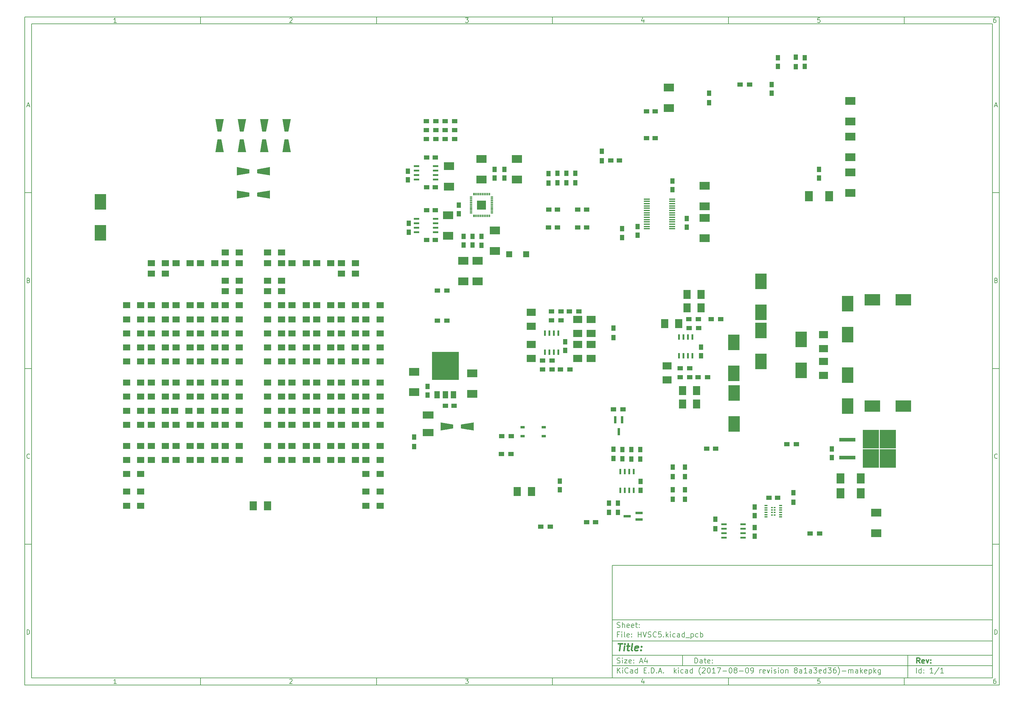
<source format=gbr>
G04 #@! TF.GenerationSoftware,KiCad,Pcbnew,(2017-08-09 revision 8a1a3ed36)-makepkg*
G04 #@! TF.CreationDate,2018-06-18T14:06:25+02:00*
G04 #@! TF.ProjectId,HVSC5,48565343352E6B696361645F70636200,rev?*
G04 #@! TF.SameCoordinates,Original*
G04 #@! TF.FileFunction,Paste,Top*
G04 #@! TF.FilePolarity,Positive*
%FSLAX46Y46*%
G04 Gerber Fmt 4.6, Leading zero omitted, Abs format (unit mm)*
G04 Created by KiCad (PCBNEW (2017-08-09 revision 8a1a3ed36)-makepkg) date 06/18/18 14:06:25*
%MOMM*%
%LPD*%
G01*
G04 APERTURE LIST*
%ADD10C,0.100000*%
%ADD11C,0.150000*%
%ADD12C,0.300000*%
%ADD13C,0.400000*%
%ADD14R,2.000000X1.700000*%
%ADD15R,1.500000X1.300000*%
%ADD16R,0.600000X1.550000*%
%ADD17R,1.250000X1.500000*%
%ADD18R,1.500000X2.000000*%
%ADD19R,7.600000X8.000000*%
%ADD20R,2.500000X2.000000*%
%ADD21R,4.500000X3.300000*%
%ADD22R,3.300000X4.500000*%
%ADD23R,1.550000X0.600000*%
%ADD24R,0.700000X2.000000*%
%ADD25R,2.000000X0.700000*%
%ADD26R,3.000000X2.200000*%
%ADD27R,2.200000X3.000000*%
%ADD28R,2.500000X2.500000*%
%ADD29R,0.299720X0.800000*%
%ADD30R,0.800000X0.299720*%
%ADD31R,0.495000X0.427500*%
%ADD32R,0.890000X0.350000*%
%ADD33R,1.750000X0.300000*%
%ADD34C,1.676868*%
%ADD35R,2.000000X2.500000*%
%ADD36R,4.550000X5.250000*%
%ADD37R,4.600000X1.100000*%
%ADD38R,1.500000X1.250000*%
%ADD39R,3.150000X2.000000*%
%ADD40R,1.750000X1.700000*%
%ADD41R,1.300000X1.500000*%
%ADD42R,1.200000X0.800000*%
G04 APERTURE END LIST*
D10*
D11*
X177002200Y-166007200D02*
X177002200Y-198007200D01*
X285002200Y-198007200D01*
X285002200Y-166007200D01*
X177002200Y-166007200D01*
D10*
D11*
X10000000Y-10000000D02*
X10000000Y-200007200D01*
X287002200Y-200007200D01*
X287002200Y-10000000D01*
X10000000Y-10000000D01*
D10*
D11*
X12000000Y-12000000D02*
X12000000Y-198007200D01*
X285002200Y-198007200D01*
X285002200Y-12000000D01*
X12000000Y-12000000D01*
D10*
D11*
X60000000Y-12000000D02*
X60000000Y-10000000D01*
D10*
D11*
X110000000Y-12000000D02*
X110000000Y-10000000D01*
D10*
D11*
X160000000Y-12000000D02*
X160000000Y-10000000D01*
D10*
D11*
X210000000Y-12000000D02*
X210000000Y-10000000D01*
D10*
D11*
X260000000Y-12000000D02*
X260000000Y-10000000D01*
D10*
D11*
X36065476Y-11588095D02*
X35322619Y-11588095D01*
X35694047Y-11588095D02*
X35694047Y-10288095D01*
X35570238Y-10473809D01*
X35446428Y-10597619D01*
X35322619Y-10659523D01*
D10*
D11*
X85322619Y-10411904D02*
X85384523Y-10350000D01*
X85508333Y-10288095D01*
X85817857Y-10288095D01*
X85941666Y-10350000D01*
X86003571Y-10411904D01*
X86065476Y-10535714D01*
X86065476Y-10659523D01*
X86003571Y-10845238D01*
X85260714Y-11588095D01*
X86065476Y-11588095D01*
D10*
D11*
X135260714Y-10288095D02*
X136065476Y-10288095D01*
X135632142Y-10783333D01*
X135817857Y-10783333D01*
X135941666Y-10845238D01*
X136003571Y-10907142D01*
X136065476Y-11030952D01*
X136065476Y-11340476D01*
X136003571Y-11464285D01*
X135941666Y-11526190D01*
X135817857Y-11588095D01*
X135446428Y-11588095D01*
X135322619Y-11526190D01*
X135260714Y-11464285D01*
D10*
D11*
X185941666Y-10721428D02*
X185941666Y-11588095D01*
X185632142Y-10226190D02*
X185322619Y-11154761D01*
X186127380Y-11154761D01*
D10*
D11*
X236003571Y-10288095D02*
X235384523Y-10288095D01*
X235322619Y-10907142D01*
X235384523Y-10845238D01*
X235508333Y-10783333D01*
X235817857Y-10783333D01*
X235941666Y-10845238D01*
X236003571Y-10907142D01*
X236065476Y-11030952D01*
X236065476Y-11340476D01*
X236003571Y-11464285D01*
X235941666Y-11526190D01*
X235817857Y-11588095D01*
X235508333Y-11588095D01*
X235384523Y-11526190D01*
X235322619Y-11464285D01*
D10*
D11*
X285941666Y-10288095D02*
X285694047Y-10288095D01*
X285570238Y-10350000D01*
X285508333Y-10411904D01*
X285384523Y-10597619D01*
X285322619Y-10845238D01*
X285322619Y-11340476D01*
X285384523Y-11464285D01*
X285446428Y-11526190D01*
X285570238Y-11588095D01*
X285817857Y-11588095D01*
X285941666Y-11526190D01*
X286003571Y-11464285D01*
X286065476Y-11340476D01*
X286065476Y-11030952D01*
X286003571Y-10907142D01*
X285941666Y-10845238D01*
X285817857Y-10783333D01*
X285570238Y-10783333D01*
X285446428Y-10845238D01*
X285384523Y-10907142D01*
X285322619Y-11030952D01*
D10*
D11*
X60000000Y-198007200D02*
X60000000Y-200007200D01*
D10*
D11*
X110000000Y-198007200D02*
X110000000Y-200007200D01*
D10*
D11*
X160000000Y-198007200D02*
X160000000Y-200007200D01*
D10*
D11*
X210000000Y-198007200D02*
X210000000Y-200007200D01*
D10*
D11*
X260000000Y-198007200D02*
X260000000Y-200007200D01*
D10*
D11*
X36065476Y-199595295D02*
X35322619Y-199595295D01*
X35694047Y-199595295D02*
X35694047Y-198295295D01*
X35570238Y-198481009D01*
X35446428Y-198604819D01*
X35322619Y-198666723D01*
D10*
D11*
X85322619Y-198419104D02*
X85384523Y-198357200D01*
X85508333Y-198295295D01*
X85817857Y-198295295D01*
X85941666Y-198357200D01*
X86003571Y-198419104D01*
X86065476Y-198542914D01*
X86065476Y-198666723D01*
X86003571Y-198852438D01*
X85260714Y-199595295D01*
X86065476Y-199595295D01*
D10*
D11*
X135260714Y-198295295D02*
X136065476Y-198295295D01*
X135632142Y-198790533D01*
X135817857Y-198790533D01*
X135941666Y-198852438D01*
X136003571Y-198914342D01*
X136065476Y-199038152D01*
X136065476Y-199347676D01*
X136003571Y-199471485D01*
X135941666Y-199533390D01*
X135817857Y-199595295D01*
X135446428Y-199595295D01*
X135322619Y-199533390D01*
X135260714Y-199471485D01*
D10*
D11*
X185941666Y-198728628D02*
X185941666Y-199595295D01*
X185632142Y-198233390D02*
X185322619Y-199161961D01*
X186127380Y-199161961D01*
D10*
D11*
X236003571Y-198295295D02*
X235384523Y-198295295D01*
X235322619Y-198914342D01*
X235384523Y-198852438D01*
X235508333Y-198790533D01*
X235817857Y-198790533D01*
X235941666Y-198852438D01*
X236003571Y-198914342D01*
X236065476Y-199038152D01*
X236065476Y-199347676D01*
X236003571Y-199471485D01*
X235941666Y-199533390D01*
X235817857Y-199595295D01*
X235508333Y-199595295D01*
X235384523Y-199533390D01*
X235322619Y-199471485D01*
D10*
D11*
X285941666Y-198295295D02*
X285694047Y-198295295D01*
X285570238Y-198357200D01*
X285508333Y-198419104D01*
X285384523Y-198604819D01*
X285322619Y-198852438D01*
X285322619Y-199347676D01*
X285384523Y-199471485D01*
X285446428Y-199533390D01*
X285570238Y-199595295D01*
X285817857Y-199595295D01*
X285941666Y-199533390D01*
X286003571Y-199471485D01*
X286065476Y-199347676D01*
X286065476Y-199038152D01*
X286003571Y-198914342D01*
X285941666Y-198852438D01*
X285817857Y-198790533D01*
X285570238Y-198790533D01*
X285446428Y-198852438D01*
X285384523Y-198914342D01*
X285322619Y-199038152D01*
D10*
D11*
X10000000Y-60000000D02*
X12000000Y-60000000D01*
D10*
D11*
X10000000Y-110000000D02*
X12000000Y-110000000D01*
D10*
D11*
X10000000Y-160000000D02*
X12000000Y-160000000D01*
D10*
D11*
X10690476Y-35216666D02*
X11309523Y-35216666D01*
X10566666Y-35588095D02*
X11000000Y-34288095D01*
X11433333Y-35588095D01*
D10*
D11*
X11092857Y-84907142D02*
X11278571Y-84969047D01*
X11340476Y-85030952D01*
X11402380Y-85154761D01*
X11402380Y-85340476D01*
X11340476Y-85464285D01*
X11278571Y-85526190D01*
X11154761Y-85588095D01*
X10659523Y-85588095D01*
X10659523Y-84288095D01*
X11092857Y-84288095D01*
X11216666Y-84350000D01*
X11278571Y-84411904D01*
X11340476Y-84535714D01*
X11340476Y-84659523D01*
X11278571Y-84783333D01*
X11216666Y-84845238D01*
X11092857Y-84907142D01*
X10659523Y-84907142D01*
D10*
D11*
X11402380Y-135464285D02*
X11340476Y-135526190D01*
X11154761Y-135588095D01*
X11030952Y-135588095D01*
X10845238Y-135526190D01*
X10721428Y-135402380D01*
X10659523Y-135278571D01*
X10597619Y-135030952D01*
X10597619Y-134845238D01*
X10659523Y-134597619D01*
X10721428Y-134473809D01*
X10845238Y-134350000D01*
X11030952Y-134288095D01*
X11154761Y-134288095D01*
X11340476Y-134350000D01*
X11402380Y-134411904D01*
D10*
D11*
X10659523Y-185588095D02*
X10659523Y-184288095D01*
X10969047Y-184288095D01*
X11154761Y-184350000D01*
X11278571Y-184473809D01*
X11340476Y-184597619D01*
X11402380Y-184845238D01*
X11402380Y-185030952D01*
X11340476Y-185278571D01*
X11278571Y-185402380D01*
X11154761Y-185526190D01*
X10969047Y-185588095D01*
X10659523Y-185588095D01*
D10*
D11*
X287002200Y-60000000D02*
X285002200Y-60000000D01*
D10*
D11*
X287002200Y-110000000D02*
X285002200Y-110000000D01*
D10*
D11*
X287002200Y-160000000D02*
X285002200Y-160000000D01*
D10*
D11*
X285692676Y-35216666D02*
X286311723Y-35216666D01*
X285568866Y-35588095D02*
X286002200Y-34288095D01*
X286435533Y-35588095D01*
D10*
D11*
X286095057Y-84907142D02*
X286280771Y-84969047D01*
X286342676Y-85030952D01*
X286404580Y-85154761D01*
X286404580Y-85340476D01*
X286342676Y-85464285D01*
X286280771Y-85526190D01*
X286156961Y-85588095D01*
X285661723Y-85588095D01*
X285661723Y-84288095D01*
X286095057Y-84288095D01*
X286218866Y-84350000D01*
X286280771Y-84411904D01*
X286342676Y-84535714D01*
X286342676Y-84659523D01*
X286280771Y-84783333D01*
X286218866Y-84845238D01*
X286095057Y-84907142D01*
X285661723Y-84907142D01*
D10*
D11*
X286404580Y-135464285D02*
X286342676Y-135526190D01*
X286156961Y-135588095D01*
X286033152Y-135588095D01*
X285847438Y-135526190D01*
X285723628Y-135402380D01*
X285661723Y-135278571D01*
X285599819Y-135030952D01*
X285599819Y-134845238D01*
X285661723Y-134597619D01*
X285723628Y-134473809D01*
X285847438Y-134350000D01*
X286033152Y-134288095D01*
X286156961Y-134288095D01*
X286342676Y-134350000D01*
X286404580Y-134411904D01*
D10*
D11*
X285661723Y-185588095D02*
X285661723Y-184288095D01*
X285971247Y-184288095D01*
X286156961Y-184350000D01*
X286280771Y-184473809D01*
X286342676Y-184597619D01*
X286404580Y-184845238D01*
X286404580Y-185030952D01*
X286342676Y-185278571D01*
X286280771Y-185402380D01*
X286156961Y-185526190D01*
X285971247Y-185588095D01*
X285661723Y-185588095D01*
D10*
D11*
X200434342Y-193785771D02*
X200434342Y-192285771D01*
X200791485Y-192285771D01*
X201005771Y-192357200D01*
X201148628Y-192500057D01*
X201220057Y-192642914D01*
X201291485Y-192928628D01*
X201291485Y-193142914D01*
X201220057Y-193428628D01*
X201148628Y-193571485D01*
X201005771Y-193714342D01*
X200791485Y-193785771D01*
X200434342Y-193785771D01*
X202577200Y-193785771D02*
X202577200Y-193000057D01*
X202505771Y-192857200D01*
X202362914Y-192785771D01*
X202077200Y-192785771D01*
X201934342Y-192857200D01*
X202577200Y-193714342D02*
X202434342Y-193785771D01*
X202077200Y-193785771D01*
X201934342Y-193714342D01*
X201862914Y-193571485D01*
X201862914Y-193428628D01*
X201934342Y-193285771D01*
X202077200Y-193214342D01*
X202434342Y-193214342D01*
X202577200Y-193142914D01*
X203077200Y-192785771D02*
X203648628Y-192785771D01*
X203291485Y-192285771D02*
X203291485Y-193571485D01*
X203362914Y-193714342D01*
X203505771Y-193785771D01*
X203648628Y-193785771D01*
X204720057Y-193714342D02*
X204577200Y-193785771D01*
X204291485Y-193785771D01*
X204148628Y-193714342D01*
X204077200Y-193571485D01*
X204077200Y-193000057D01*
X204148628Y-192857200D01*
X204291485Y-192785771D01*
X204577200Y-192785771D01*
X204720057Y-192857200D01*
X204791485Y-193000057D01*
X204791485Y-193142914D01*
X204077200Y-193285771D01*
X205434342Y-193642914D02*
X205505771Y-193714342D01*
X205434342Y-193785771D01*
X205362914Y-193714342D01*
X205434342Y-193642914D01*
X205434342Y-193785771D01*
X205434342Y-192857200D02*
X205505771Y-192928628D01*
X205434342Y-193000057D01*
X205362914Y-192928628D01*
X205434342Y-192857200D01*
X205434342Y-193000057D01*
D10*
D11*
X177002200Y-194507200D02*
X285002200Y-194507200D01*
D10*
D11*
X178434342Y-196585771D02*
X178434342Y-195085771D01*
X179291485Y-196585771D02*
X178648628Y-195728628D01*
X179291485Y-195085771D02*
X178434342Y-195942914D01*
X179934342Y-196585771D02*
X179934342Y-195585771D01*
X179934342Y-195085771D02*
X179862914Y-195157200D01*
X179934342Y-195228628D01*
X180005771Y-195157200D01*
X179934342Y-195085771D01*
X179934342Y-195228628D01*
X181505771Y-196442914D02*
X181434342Y-196514342D01*
X181220057Y-196585771D01*
X181077200Y-196585771D01*
X180862914Y-196514342D01*
X180720057Y-196371485D01*
X180648628Y-196228628D01*
X180577200Y-195942914D01*
X180577200Y-195728628D01*
X180648628Y-195442914D01*
X180720057Y-195300057D01*
X180862914Y-195157200D01*
X181077200Y-195085771D01*
X181220057Y-195085771D01*
X181434342Y-195157200D01*
X181505771Y-195228628D01*
X182791485Y-196585771D02*
X182791485Y-195800057D01*
X182720057Y-195657200D01*
X182577200Y-195585771D01*
X182291485Y-195585771D01*
X182148628Y-195657200D01*
X182791485Y-196514342D02*
X182648628Y-196585771D01*
X182291485Y-196585771D01*
X182148628Y-196514342D01*
X182077200Y-196371485D01*
X182077200Y-196228628D01*
X182148628Y-196085771D01*
X182291485Y-196014342D01*
X182648628Y-196014342D01*
X182791485Y-195942914D01*
X184148628Y-196585771D02*
X184148628Y-195085771D01*
X184148628Y-196514342D02*
X184005771Y-196585771D01*
X183720057Y-196585771D01*
X183577200Y-196514342D01*
X183505771Y-196442914D01*
X183434342Y-196300057D01*
X183434342Y-195871485D01*
X183505771Y-195728628D01*
X183577200Y-195657200D01*
X183720057Y-195585771D01*
X184005771Y-195585771D01*
X184148628Y-195657200D01*
X186005771Y-195800057D02*
X186505771Y-195800057D01*
X186720057Y-196585771D02*
X186005771Y-196585771D01*
X186005771Y-195085771D01*
X186720057Y-195085771D01*
X187362914Y-196442914D02*
X187434342Y-196514342D01*
X187362914Y-196585771D01*
X187291485Y-196514342D01*
X187362914Y-196442914D01*
X187362914Y-196585771D01*
X188077200Y-196585771D02*
X188077200Y-195085771D01*
X188434342Y-195085771D01*
X188648628Y-195157200D01*
X188791485Y-195300057D01*
X188862914Y-195442914D01*
X188934342Y-195728628D01*
X188934342Y-195942914D01*
X188862914Y-196228628D01*
X188791485Y-196371485D01*
X188648628Y-196514342D01*
X188434342Y-196585771D01*
X188077200Y-196585771D01*
X189577200Y-196442914D02*
X189648628Y-196514342D01*
X189577200Y-196585771D01*
X189505771Y-196514342D01*
X189577200Y-196442914D01*
X189577200Y-196585771D01*
X190220057Y-196157200D02*
X190934342Y-196157200D01*
X190077200Y-196585771D02*
X190577200Y-195085771D01*
X191077200Y-196585771D01*
X191577200Y-196442914D02*
X191648628Y-196514342D01*
X191577200Y-196585771D01*
X191505771Y-196514342D01*
X191577200Y-196442914D01*
X191577200Y-196585771D01*
X194577200Y-196585771D02*
X194577200Y-195085771D01*
X194720057Y-196014342D02*
X195148628Y-196585771D01*
X195148628Y-195585771D02*
X194577200Y-196157200D01*
X195791485Y-196585771D02*
X195791485Y-195585771D01*
X195791485Y-195085771D02*
X195720057Y-195157200D01*
X195791485Y-195228628D01*
X195862914Y-195157200D01*
X195791485Y-195085771D01*
X195791485Y-195228628D01*
X197148628Y-196514342D02*
X197005771Y-196585771D01*
X196720057Y-196585771D01*
X196577200Y-196514342D01*
X196505771Y-196442914D01*
X196434342Y-196300057D01*
X196434342Y-195871485D01*
X196505771Y-195728628D01*
X196577200Y-195657200D01*
X196720057Y-195585771D01*
X197005771Y-195585771D01*
X197148628Y-195657200D01*
X198434342Y-196585771D02*
X198434342Y-195800057D01*
X198362914Y-195657200D01*
X198220057Y-195585771D01*
X197934342Y-195585771D01*
X197791485Y-195657200D01*
X198434342Y-196514342D02*
X198291485Y-196585771D01*
X197934342Y-196585771D01*
X197791485Y-196514342D01*
X197720057Y-196371485D01*
X197720057Y-196228628D01*
X197791485Y-196085771D01*
X197934342Y-196014342D01*
X198291485Y-196014342D01*
X198434342Y-195942914D01*
X199791485Y-196585771D02*
X199791485Y-195085771D01*
X199791485Y-196514342D02*
X199648628Y-196585771D01*
X199362914Y-196585771D01*
X199220057Y-196514342D01*
X199148628Y-196442914D01*
X199077200Y-196300057D01*
X199077200Y-195871485D01*
X199148628Y-195728628D01*
X199220057Y-195657200D01*
X199362914Y-195585771D01*
X199648628Y-195585771D01*
X199791485Y-195657200D01*
X202077200Y-197157200D02*
X202005771Y-197085771D01*
X201862914Y-196871485D01*
X201791485Y-196728628D01*
X201720057Y-196514342D01*
X201648628Y-196157200D01*
X201648628Y-195871485D01*
X201720057Y-195514342D01*
X201791485Y-195300057D01*
X201862914Y-195157200D01*
X202005771Y-194942914D01*
X202077200Y-194871485D01*
X202577200Y-195228628D02*
X202648628Y-195157200D01*
X202791485Y-195085771D01*
X203148628Y-195085771D01*
X203291485Y-195157200D01*
X203362914Y-195228628D01*
X203434342Y-195371485D01*
X203434342Y-195514342D01*
X203362914Y-195728628D01*
X202505771Y-196585771D01*
X203434342Y-196585771D01*
X204362914Y-195085771D02*
X204505771Y-195085771D01*
X204648628Y-195157200D01*
X204720057Y-195228628D01*
X204791485Y-195371485D01*
X204862914Y-195657200D01*
X204862914Y-196014342D01*
X204791485Y-196300057D01*
X204720057Y-196442914D01*
X204648628Y-196514342D01*
X204505771Y-196585771D01*
X204362914Y-196585771D01*
X204220057Y-196514342D01*
X204148628Y-196442914D01*
X204077200Y-196300057D01*
X204005771Y-196014342D01*
X204005771Y-195657200D01*
X204077200Y-195371485D01*
X204148628Y-195228628D01*
X204220057Y-195157200D01*
X204362914Y-195085771D01*
X206291485Y-196585771D02*
X205434342Y-196585771D01*
X205862914Y-196585771D02*
X205862914Y-195085771D01*
X205720057Y-195300057D01*
X205577200Y-195442914D01*
X205434342Y-195514342D01*
X206791485Y-195085771D02*
X207791485Y-195085771D01*
X207148628Y-196585771D01*
X208362914Y-196014342D02*
X209505771Y-196014342D01*
X210505771Y-195085771D02*
X210648628Y-195085771D01*
X210791485Y-195157200D01*
X210862914Y-195228628D01*
X210934342Y-195371485D01*
X211005771Y-195657200D01*
X211005771Y-196014342D01*
X210934342Y-196300057D01*
X210862914Y-196442914D01*
X210791485Y-196514342D01*
X210648628Y-196585771D01*
X210505771Y-196585771D01*
X210362914Y-196514342D01*
X210291485Y-196442914D01*
X210220057Y-196300057D01*
X210148628Y-196014342D01*
X210148628Y-195657200D01*
X210220057Y-195371485D01*
X210291485Y-195228628D01*
X210362914Y-195157200D01*
X210505771Y-195085771D01*
X211862914Y-195728628D02*
X211720057Y-195657200D01*
X211648628Y-195585771D01*
X211577200Y-195442914D01*
X211577200Y-195371485D01*
X211648628Y-195228628D01*
X211720057Y-195157200D01*
X211862914Y-195085771D01*
X212148628Y-195085771D01*
X212291485Y-195157200D01*
X212362914Y-195228628D01*
X212434342Y-195371485D01*
X212434342Y-195442914D01*
X212362914Y-195585771D01*
X212291485Y-195657200D01*
X212148628Y-195728628D01*
X211862914Y-195728628D01*
X211720057Y-195800057D01*
X211648628Y-195871485D01*
X211577200Y-196014342D01*
X211577200Y-196300057D01*
X211648628Y-196442914D01*
X211720057Y-196514342D01*
X211862914Y-196585771D01*
X212148628Y-196585771D01*
X212291485Y-196514342D01*
X212362914Y-196442914D01*
X212434342Y-196300057D01*
X212434342Y-196014342D01*
X212362914Y-195871485D01*
X212291485Y-195800057D01*
X212148628Y-195728628D01*
X213077200Y-196014342D02*
X214220057Y-196014342D01*
X215220057Y-195085771D02*
X215362914Y-195085771D01*
X215505771Y-195157200D01*
X215577200Y-195228628D01*
X215648628Y-195371485D01*
X215720057Y-195657200D01*
X215720057Y-196014342D01*
X215648628Y-196300057D01*
X215577200Y-196442914D01*
X215505771Y-196514342D01*
X215362914Y-196585771D01*
X215220057Y-196585771D01*
X215077200Y-196514342D01*
X215005771Y-196442914D01*
X214934342Y-196300057D01*
X214862914Y-196014342D01*
X214862914Y-195657200D01*
X214934342Y-195371485D01*
X215005771Y-195228628D01*
X215077200Y-195157200D01*
X215220057Y-195085771D01*
X216434342Y-196585771D02*
X216720057Y-196585771D01*
X216862914Y-196514342D01*
X216934342Y-196442914D01*
X217077200Y-196228628D01*
X217148628Y-195942914D01*
X217148628Y-195371485D01*
X217077200Y-195228628D01*
X217005771Y-195157200D01*
X216862914Y-195085771D01*
X216577200Y-195085771D01*
X216434342Y-195157200D01*
X216362914Y-195228628D01*
X216291485Y-195371485D01*
X216291485Y-195728628D01*
X216362914Y-195871485D01*
X216434342Y-195942914D01*
X216577200Y-196014342D01*
X216862914Y-196014342D01*
X217005771Y-195942914D01*
X217077200Y-195871485D01*
X217148628Y-195728628D01*
X218934342Y-196585771D02*
X218934342Y-195585771D01*
X218934342Y-195871485D02*
X219005771Y-195728628D01*
X219077200Y-195657200D01*
X219220057Y-195585771D01*
X219362914Y-195585771D01*
X220434342Y-196514342D02*
X220291485Y-196585771D01*
X220005771Y-196585771D01*
X219862914Y-196514342D01*
X219791485Y-196371485D01*
X219791485Y-195800057D01*
X219862914Y-195657200D01*
X220005771Y-195585771D01*
X220291485Y-195585771D01*
X220434342Y-195657200D01*
X220505771Y-195800057D01*
X220505771Y-195942914D01*
X219791485Y-196085771D01*
X221005771Y-195585771D02*
X221362914Y-196585771D01*
X221720057Y-195585771D01*
X222291485Y-196585771D02*
X222291485Y-195585771D01*
X222291485Y-195085771D02*
X222220057Y-195157200D01*
X222291485Y-195228628D01*
X222362914Y-195157200D01*
X222291485Y-195085771D01*
X222291485Y-195228628D01*
X222934342Y-196514342D02*
X223077200Y-196585771D01*
X223362914Y-196585771D01*
X223505771Y-196514342D01*
X223577200Y-196371485D01*
X223577200Y-196300057D01*
X223505771Y-196157200D01*
X223362914Y-196085771D01*
X223148628Y-196085771D01*
X223005771Y-196014342D01*
X222934342Y-195871485D01*
X222934342Y-195800057D01*
X223005771Y-195657200D01*
X223148628Y-195585771D01*
X223362914Y-195585771D01*
X223505771Y-195657200D01*
X224220057Y-196585771D02*
X224220057Y-195585771D01*
X224220057Y-195085771D02*
X224148628Y-195157200D01*
X224220057Y-195228628D01*
X224291485Y-195157200D01*
X224220057Y-195085771D01*
X224220057Y-195228628D01*
X225148628Y-196585771D02*
X225005771Y-196514342D01*
X224934342Y-196442914D01*
X224862914Y-196300057D01*
X224862914Y-195871485D01*
X224934342Y-195728628D01*
X225005771Y-195657200D01*
X225148628Y-195585771D01*
X225362914Y-195585771D01*
X225505771Y-195657200D01*
X225577200Y-195728628D01*
X225648628Y-195871485D01*
X225648628Y-196300057D01*
X225577200Y-196442914D01*
X225505771Y-196514342D01*
X225362914Y-196585771D01*
X225148628Y-196585771D01*
X226291485Y-195585771D02*
X226291485Y-196585771D01*
X226291485Y-195728628D02*
X226362914Y-195657200D01*
X226505771Y-195585771D01*
X226720057Y-195585771D01*
X226862914Y-195657200D01*
X226934342Y-195800057D01*
X226934342Y-196585771D01*
X229005771Y-195728628D02*
X228862914Y-195657200D01*
X228791485Y-195585771D01*
X228720057Y-195442914D01*
X228720057Y-195371485D01*
X228791485Y-195228628D01*
X228862914Y-195157200D01*
X229005771Y-195085771D01*
X229291485Y-195085771D01*
X229434342Y-195157200D01*
X229505771Y-195228628D01*
X229577200Y-195371485D01*
X229577200Y-195442914D01*
X229505771Y-195585771D01*
X229434342Y-195657200D01*
X229291485Y-195728628D01*
X229005771Y-195728628D01*
X228862914Y-195800057D01*
X228791485Y-195871485D01*
X228720057Y-196014342D01*
X228720057Y-196300057D01*
X228791485Y-196442914D01*
X228862914Y-196514342D01*
X229005771Y-196585771D01*
X229291485Y-196585771D01*
X229434342Y-196514342D01*
X229505771Y-196442914D01*
X229577200Y-196300057D01*
X229577200Y-196014342D01*
X229505771Y-195871485D01*
X229434342Y-195800057D01*
X229291485Y-195728628D01*
X230862914Y-196585771D02*
X230862914Y-195800057D01*
X230791485Y-195657200D01*
X230648628Y-195585771D01*
X230362914Y-195585771D01*
X230220057Y-195657200D01*
X230862914Y-196514342D02*
X230720057Y-196585771D01*
X230362914Y-196585771D01*
X230220057Y-196514342D01*
X230148628Y-196371485D01*
X230148628Y-196228628D01*
X230220057Y-196085771D01*
X230362914Y-196014342D01*
X230720057Y-196014342D01*
X230862914Y-195942914D01*
X232362914Y-196585771D02*
X231505771Y-196585771D01*
X231934342Y-196585771D02*
X231934342Y-195085771D01*
X231791485Y-195300057D01*
X231648628Y-195442914D01*
X231505771Y-195514342D01*
X233648628Y-196585771D02*
X233648628Y-195800057D01*
X233577200Y-195657200D01*
X233434342Y-195585771D01*
X233148628Y-195585771D01*
X233005771Y-195657200D01*
X233648628Y-196514342D02*
X233505771Y-196585771D01*
X233148628Y-196585771D01*
X233005771Y-196514342D01*
X232934342Y-196371485D01*
X232934342Y-196228628D01*
X233005771Y-196085771D01*
X233148628Y-196014342D01*
X233505771Y-196014342D01*
X233648628Y-195942914D01*
X234220057Y-195085771D02*
X235148628Y-195085771D01*
X234648628Y-195657200D01*
X234862914Y-195657200D01*
X235005771Y-195728628D01*
X235077200Y-195800057D01*
X235148628Y-195942914D01*
X235148628Y-196300057D01*
X235077200Y-196442914D01*
X235005771Y-196514342D01*
X234862914Y-196585771D01*
X234434342Y-196585771D01*
X234291485Y-196514342D01*
X234220057Y-196442914D01*
X236362914Y-196514342D02*
X236220057Y-196585771D01*
X235934342Y-196585771D01*
X235791485Y-196514342D01*
X235720057Y-196371485D01*
X235720057Y-195800057D01*
X235791485Y-195657200D01*
X235934342Y-195585771D01*
X236220057Y-195585771D01*
X236362914Y-195657200D01*
X236434342Y-195800057D01*
X236434342Y-195942914D01*
X235720057Y-196085771D01*
X237720057Y-196585771D02*
X237720057Y-195085771D01*
X237720057Y-196514342D02*
X237577200Y-196585771D01*
X237291485Y-196585771D01*
X237148628Y-196514342D01*
X237077200Y-196442914D01*
X237005771Y-196300057D01*
X237005771Y-195871485D01*
X237077200Y-195728628D01*
X237148628Y-195657200D01*
X237291485Y-195585771D01*
X237577200Y-195585771D01*
X237720057Y-195657200D01*
X238291485Y-195085771D02*
X239220057Y-195085771D01*
X238720057Y-195657200D01*
X238934342Y-195657200D01*
X239077200Y-195728628D01*
X239148628Y-195800057D01*
X239220057Y-195942914D01*
X239220057Y-196300057D01*
X239148628Y-196442914D01*
X239077200Y-196514342D01*
X238934342Y-196585771D01*
X238505771Y-196585771D01*
X238362914Y-196514342D01*
X238291485Y-196442914D01*
X240505771Y-195085771D02*
X240220057Y-195085771D01*
X240077200Y-195157200D01*
X240005771Y-195228628D01*
X239862914Y-195442914D01*
X239791485Y-195728628D01*
X239791485Y-196300057D01*
X239862914Y-196442914D01*
X239934342Y-196514342D01*
X240077200Y-196585771D01*
X240362914Y-196585771D01*
X240505771Y-196514342D01*
X240577200Y-196442914D01*
X240648628Y-196300057D01*
X240648628Y-195942914D01*
X240577200Y-195800057D01*
X240505771Y-195728628D01*
X240362914Y-195657200D01*
X240077200Y-195657200D01*
X239934342Y-195728628D01*
X239862914Y-195800057D01*
X239791485Y-195942914D01*
X241148628Y-197157200D02*
X241220057Y-197085771D01*
X241362914Y-196871485D01*
X241434342Y-196728628D01*
X241505771Y-196514342D01*
X241577199Y-196157200D01*
X241577199Y-195871485D01*
X241505771Y-195514342D01*
X241434342Y-195300057D01*
X241362914Y-195157200D01*
X241220057Y-194942914D01*
X241148628Y-194871485D01*
X242291485Y-196014342D02*
X243434342Y-196014342D01*
X244148628Y-196585771D02*
X244148628Y-195585771D01*
X244148628Y-195728628D02*
X244220057Y-195657200D01*
X244362914Y-195585771D01*
X244577199Y-195585771D01*
X244720057Y-195657200D01*
X244791485Y-195800057D01*
X244791485Y-196585771D01*
X244791485Y-195800057D02*
X244862914Y-195657200D01*
X245005771Y-195585771D01*
X245220057Y-195585771D01*
X245362914Y-195657200D01*
X245434342Y-195800057D01*
X245434342Y-196585771D01*
X246791485Y-196585771D02*
X246791485Y-195800057D01*
X246720057Y-195657200D01*
X246577200Y-195585771D01*
X246291485Y-195585771D01*
X246148628Y-195657200D01*
X246791485Y-196514342D02*
X246648628Y-196585771D01*
X246291485Y-196585771D01*
X246148628Y-196514342D01*
X246077200Y-196371485D01*
X246077200Y-196228628D01*
X246148628Y-196085771D01*
X246291485Y-196014342D01*
X246648628Y-196014342D01*
X246791485Y-195942914D01*
X247505771Y-196585771D02*
X247505771Y-195085771D01*
X247648628Y-196014342D02*
X248077200Y-196585771D01*
X248077200Y-195585771D02*
X247505771Y-196157200D01*
X249291485Y-196514342D02*
X249148628Y-196585771D01*
X248862914Y-196585771D01*
X248720057Y-196514342D01*
X248648628Y-196371485D01*
X248648628Y-195800057D01*
X248720057Y-195657200D01*
X248862914Y-195585771D01*
X249148628Y-195585771D01*
X249291485Y-195657200D01*
X249362914Y-195800057D01*
X249362914Y-195942914D01*
X248648628Y-196085771D01*
X250005771Y-195585771D02*
X250005771Y-197085771D01*
X250005771Y-195657200D02*
X250148628Y-195585771D01*
X250434342Y-195585771D01*
X250577200Y-195657200D01*
X250648628Y-195728628D01*
X250720057Y-195871485D01*
X250720057Y-196300057D01*
X250648628Y-196442914D01*
X250577200Y-196514342D01*
X250434342Y-196585771D01*
X250148628Y-196585771D01*
X250005771Y-196514342D01*
X251362914Y-196585771D02*
X251362914Y-195085771D01*
X251505771Y-196014342D02*
X251934342Y-196585771D01*
X251934342Y-195585771D02*
X251362914Y-196157200D01*
X253220057Y-195585771D02*
X253220057Y-196800057D01*
X253148628Y-196942914D01*
X253077199Y-197014342D01*
X252934342Y-197085771D01*
X252720057Y-197085771D01*
X252577199Y-197014342D01*
X253220057Y-196514342D02*
X253077199Y-196585771D01*
X252791485Y-196585771D01*
X252648628Y-196514342D01*
X252577199Y-196442914D01*
X252505771Y-196300057D01*
X252505771Y-195871485D01*
X252577199Y-195728628D01*
X252648628Y-195657200D01*
X252791485Y-195585771D01*
X253077199Y-195585771D01*
X253220057Y-195657200D01*
D10*
D11*
X177002200Y-191507200D02*
X285002200Y-191507200D01*
D10*
D12*
X264411485Y-193785771D02*
X263911485Y-193071485D01*
X263554342Y-193785771D02*
X263554342Y-192285771D01*
X264125771Y-192285771D01*
X264268628Y-192357200D01*
X264340057Y-192428628D01*
X264411485Y-192571485D01*
X264411485Y-192785771D01*
X264340057Y-192928628D01*
X264268628Y-193000057D01*
X264125771Y-193071485D01*
X263554342Y-193071485D01*
X265625771Y-193714342D02*
X265482914Y-193785771D01*
X265197200Y-193785771D01*
X265054342Y-193714342D01*
X264982914Y-193571485D01*
X264982914Y-193000057D01*
X265054342Y-192857200D01*
X265197200Y-192785771D01*
X265482914Y-192785771D01*
X265625771Y-192857200D01*
X265697200Y-193000057D01*
X265697200Y-193142914D01*
X264982914Y-193285771D01*
X266197200Y-192785771D02*
X266554342Y-193785771D01*
X266911485Y-192785771D01*
X267482914Y-193642914D02*
X267554342Y-193714342D01*
X267482914Y-193785771D01*
X267411485Y-193714342D01*
X267482914Y-193642914D01*
X267482914Y-193785771D01*
X267482914Y-192857200D02*
X267554342Y-192928628D01*
X267482914Y-193000057D01*
X267411485Y-192928628D01*
X267482914Y-192857200D01*
X267482914Y-193000057D01*
D10*
D11*
X178362914Y-193714342D02*
X178577200Y-193785771D01*
X178934342Y-193785771D01*
X179077200Y-193714342D01*
X179148628Y-193642914D01*
X179220057Y-193500057D01*
X179220057Y-193357200D01*
X179148628Y-193214342D01*
X179077200Y-193142914D01*
X178934342Y-193071485D01*
X178648628Y-193000057D01*
X178505771Y-192928628D01*
X178434342Y-192857200D01*
X178362914Y-192714342D01*
X178362914Y-192571485D01*
X178434342Y-192428628D01*
X178505771Y-192357200D01*
X178648628Y-192285771D01*
X179005771Y-192285771D01*
X179220057Y-192357200D01*
X179862914Y-193785771D02*
X179862914Y-192785771D01*
X179862914Y-192285771D02*
X179791485Y-192357200D01*
X179862914Y-192428628D01*
X179934342Y-192357200D01*
X179862914Y-192285771D01*
X179862914Y-192428628D01*
X180434342Y-192785771D02*
X181220057Y-192785771D01*
X180434342Y-193785771D01*
X181220057Y-193785771D01*
X182362914Y-193714342D02*
X182220057Y-193785771D01*
X181934342Y-193785771D01*
X181791485Y-193714342D01*
X181720057Y-193571485D01*
X181720057Y-193000057D01*
X181791485Y-192857200D01*
X181934342Y-192785771D01*
X182220057Y-192785771D01*
X182362914Y-192857200D01*
X182434342Y-193000057D01*
X182434342Y-193142914D01*
X181720057Y-193285771D01*
X183077200Y-193642914D02*
X183148628Y-193714342D01*
X183077200Y-193785771D01*
X183005771Y-193714342D01*
X183077200Y-193642914D01*
X183077200Y-193785771D01*
X183077200Y-192857200D02*
X183148628Y-192928628D01*
X183077200Y-193000057D01*
X183005771Y-192928628D01*
X183077200Y-192857200D01*
X183077200Y-193000057D01*
X184862914Y-193357200D02*
X185577200Y-193357200D01*
X184720057Y-193785771D02*
X185220057Y-192285771D01*
X185720057Y-193785771D01*
X186862914Y-192785771D02*
X186862914Y-193785771D01*
X186505771Y-192214342D02*
X186148628Y-193285771D01*
X187077200Y-193285771D01*
D10*
D11*
X263434342Y-196585771D02*
X263434342Y-195085771D01*
X264791485Y-196585771D02*
X264791485Y-195085771D01*
X264791485Y-196514342D02*
X264648628Y-196585771D01*
X264362914Y-196585771D01*
X264220057Y-196514342D01*
X264148628Y-196442914D01*
X264077200Y-196300057D01*
X264077200Y-195871485D01*
X264148628Y-195728628D01*
X264220057Y-195657200D01*
X264362914Y-195585771D01*
X264648628Y-195585771D01*
X264791485Y-195657200D01*
X265505771Y-196442914D02*
X265577200Y-196514342D01*
X265505771Y-196585771D01*
X265434342Y-196514342D01*
X265505771Y-196442914D01*
X265505771Y-196585771D01*
X265505771Y-195657200D02*
X265577200Y-195728628D01*
X265505771Y-195800057D01*
X265434342Y-195728628D01*
X265505771Y-195657200D01*
X265505771Y-195800057D01*
X268148628Y-196585771D02*
X267291485Y-196585771D01*
X267720057Y-196585771D02*
X267720057Y-195085771D01*
X267577200Y-195300057D01*
X267434342Y-195442914D01*
X267291485Y-195514342D01*
X269862914Y-195014342D02*
X268577200Y-196942914D01*
X271148628Y-196585771D02*
X270291485Y-196585771D01*
X270720057Y-196585771D02*
X270720057Y-195085771D01*
X270577200Y-195300057D01*
X270434342Y-195442914D01*
X270291485Y-195514342D01*
D10*
D11*
X177002200Y-187507200D02*
X285002200Y-187507200D01*
D10*
D13*
X178714580Y-188211961D02*
X179857438Y-188211961D01*
X179036009Y-190211961D02*
X179286009Y-188211961D01*
X180274104Y-190211961D02*
X180440771Y-188878628D01*
X180524104Y-188211961D02*
X180416961Y-188307200D01*
X180500295Y-188402438D01*
X180607438Y-188307200D01*
X180524104Y-188211961D01*
X180500295Y-188402438D01*
X181107438Y-188878628D02*
X181869342Y-188878628D01*
X181476485Y-188211961D02*
X181262200Y-189926247D01*
X181333628Y-190116723D01*
X181512200Y-190211961D01*
X181702676Y-190211961D01*
X182655057Y-190211961D02*
X182476485Y-190116723D01*
X182405057Y-189926247D01*
X182619342Y-188211961D01*
X184190771Y-190116723D02*
X183988390Y-190211961D01*
X183607438Y-190211961D01*
X183428866Y-190116723D01*
X183357438Y-189926247D01*
X183452676Y-189164342D01*
X183571723Y-188973866D01*
X183774104Y-188878628D01*
X184155057Y-188878628D01*
X184333628Y-188973866D01*
X184405057Y-189164342D01*
X184381247Y-189354819D01*
X183405057Y-189545295D01*
X185155057Y-190021485D02*
X185238390Y-190116723D01*
X185131247Y-190211961D01*
X185047914Y-190116723D01*
X185155057Y-190021485D01*
X185131247Y-190211961D01*
X185286009Y-188973866D02*
X185369342Y-189069104D01*
X185262200Y-189164342D01*
X185178866Y-189069104D01*
X185286009Y-188973866D01*
X185262200Y-189164342D01*
D10*
D11*
X178934342Y-185600057D02*
X178434342Y-185600057D01*
X178434342Y-186385771D02*
X178434342Y-184885771D01*
X179148628Y-184885771D01*
X179720057Y-186385771D02*
X179720057Y-185385771D01*
X179720057Y-184885771D02*
X179648628Y-184957200D01*
X179720057Y-185028628D01*
X179791485Y-184957200D01*
X179720057Y-184885771D01*
X179720057Y-185028628D01*
X180648628Y-186385771D02*
X180505771Y-186314342D01*
X180434342Y-186171485D01*
X180434342Y-184885771D01*
X181791485Y-186314342D02*
X181648628Y-186385771D01*
X181362914Y-186385771D01*
X181220057Y-186314342D01*
X181148628Y-186171485D01*
X181148628Y-185600057D01*
X181220057Y-185457200D01*
X181362914Y-185385771D01*
X181648628Y-185385771D01*
X181791485Y-185457200D01*
X181862914Y-185600057D01*
X181862914Y-185742914D01*
X181148628Y-185885771D01*
X182505771Y-186242914D02*
X182577200Y-186314342D01*
X182505771Y-186385771D01*
X182434342Y-186314342D01*
X182505771Y-186242914D01*
X182505771Y-186385771D01*
X182505771Y-185457200D02*
X182577200Y-185528628D01*
X182505771Y-185600057D01*
X182434342Y-185528628D01*
X182505771Y-185457200D01*
X182505771Y-185600057D01*
X184362914Y-186385771D02*
X184362914Y-184885771D01*
X184362914Y-185600057D02*
X185220057Y-185600057D01*
X185220057Y-186385771D02*
X185220057Y-184885771D01*
X185720057Y-184885771D02*
X186220057Y-186385771D01*
X186720057Y-184885771D01*
X187148628Y-186314342D02*
X187362914Y-186385771D01*
X187720057Y-186385771D01*
X187862914Y-186314342D01*
X187934342Y-186242914D01*
X188005771Y-186100057D01*
X188005771Y-185957200D01*
X187934342Y-185814342D01*
X187862914Y-185742914D01*
X187720057Y-185671485D01*
X187434342Y-185600057D01*
X187291485Y-185528628D01*
X187220057Y-185457200D01*
X187148628Y-185314342D01*
X187148628Y-185171485D01*
X187220057Y-185028628D01*
X187291485Y-184957200D01*
X187434342Y-184885771D01*
X187791485Y-184885771D01*
X188005771Y-184957200D01*
X189505771Y-186242914D02*
X189434342Y-186314342D01*
X189220057Y-186385771D01*
X189077200Y-186385771D01*
X188862914Y-186314342D01*
X188720057Y-186171485D01*
X188648628Y-186028628D01*
X188577200Y-185742914D01*
X188577200Y-185528628D01*
X188648628Y-185242914D01*
X188720057Y-185100057D01*
X188862914Y-184957200D01*
X189077200Y-184885771D01*
X189220057Y-184885771D01*
X189434342Y-184957200D01*
X189505771Y-185028628D01*
X190862914Y-184885771D02*
X190148628Y-184885771D01*
X190077200Y-185600057D01*
X190148628Y-185528628D01*
X190291485Y-185457200D01*
X190648628Y-185457200D01*
X190791485Y-185528628D01*
X190862914Y-185600057D01*
X190934342Y-185742914D01*
X190934342Y-186100057D01*
X190862914Y-186242914D01*
X190791485Y-186314342D01*
X190648628Y-186385771D01*
X190291485Y-186385771D01*
X190148628Y-186314342D01*
X190077200Y-186242914D01*
X191577200Y-186242914D02*
X191648628Y-186314342D01*
X191577200Y-186385771D01*
X191505771Y-186314342D01*
X191577200Y-186242914D01*
X191577200Y-186385771D01*
X192291485Y-186385771D02*
X192291485Y-184885771D01*
X192434342Y-185814342D02*
X192862914Y-186385771D01*
X192862914Y-185385771D02*
X192291485Y-185957200D01*
X193505771Y-186385771D02*
X193505771Y-185385771D01*
X193505771Y-184885771D02*
X193434342Y-184957200D01*
X193505771Y-185028628D01*
X193577200Y-184957200D01*
X193505771Y-184885771D01*
X193505771Y-185028628D01*
X194862914Y-186314342D02*
X194720057Y-186385771D01*
X194434342Y-186385771D01*
X194291485Y-186314342D01*
X194220057Y-186242914D01*
X194148628Y-186100057D01*
X194148628Y-185671485D01*
X194220057Y-185528628D01*
X194291485Y-185457200D01*
X194434342Y-185385771D01*
X194720057Y-185385771D01*
X194862914Y-185457200D01*
X196148628Y-186385771D02*
X196148628Y-185600057D01*
X196077200Y-185457200D01*
X195934342Y-185385771D01*
X195648628Y-185385771D01*
X195505771Y-185457200D01*
X196148628Y-186314342D02*
X196005771Y-186385771D01*
X195648628Y-186385771D01*
X195505771Y-186314342D01*
X195434342Y-186171485D01*
X195434342Y-186028628D01*
X195505771Y-185885771D01*
X195648628Y-185814342D01*
X196005771Y-185814342D01*
X196148628Y-185742914D01*
X197505771Y-186385771D02*
X197505771Y-184885771D01*
X197505771Y-186314342D02*
X197362914Y-186385771D01*
X197077200Y-186385771D01*
X196934342Y-186314342D01*
X196862914Y-186242914D01*
X196791485Y-186100057D01*
X196791485Y-185671485D01*
X196862914Y-185528628D01*
X196934342Y-185457200D01*
X197077200Y-185385771D01*
X197362914Y-185385771D01*
X197505771Y-185457200D01*
X197862914Y-186528628D02*
X199005771Y-186528628D01*
X199362914Y-185385771D02*
X199362914Y-186885771D01*
X199362914Y-185457200D02*
X199505771Y-185385771D01*
X199791485Y-185385771D01*
X199934342Y-185457200D01*
X200005771Y-185528628D01*
X200077200Y-185671485D01*
X200077200Y-186100057D01*
X200005771Y-186242914D01*
X199934342Y-186314342D01*
X199791485Y-186385771D01*
X199505771Y-186385771D01*
X199362914Y-186314342D01*
X201362914Y-186314342D02*
X201220057Y-186385771D01*
X200934342Y-186385771D01*
X200791485Y-186314342D01*
X200720057Y-186242914D01*
X200648628Y-186100057D01*
X200648628Y-185671485D01*
X200720057Y-185528628D01*
X200791485Y-185457200D01*
X200934342Y-185385771D01*
X201220057Y-185385771D01*
X201362914Y-185457200D01*
X202005771Y-186385771D02*
X202005771Y-184885771D01*
X202005771Y-185457200D02*
X202148628Y-185385771D01*
X202434342Y-185385771D01*
X202577200Y-185457200D01*
X202648628Y-185528628D01*
X202720057Y-185671485D01*
X202720057Y-186100057D01*
X202648628Y-186242914D01*
X202577200Y-186314342D01*
X202434342Y-186385771D01*
X202148628Y-186385771D01*
X202005771Y-186314342D01*
D10*
D11*
X177002200Y-181507200D02*
X285002200Y-181507200D01*
D10*
D11*
X178362914Y-183614342D02*
X178577200Y-183685771D01*
X178934342Y-183685771D01*
X179077200Y-183614342D01*
X179148628Y-183542914D01*
X179220057Y-183400057D01*
X179220057Y-183257200D01*
X179148628Y-183114342D01*
X179077200Y-183042914D01*
X178934342Y-182971485D01*
X178648628Y-182900057D01*
X178505771Y-182828628D01*
X178434342Y-182757200D01*
X178362914Y-182614342D01*
X178362914Y-182471485D01*
X178434342Y-182328628D01*
X178505771Y-182257200D01*
X178648628Y-182185771D01*
X179005771Y-182185771D01*
X179220057Y-182257200D01*
X179862914Y-183685771D02*
X179862914Y-182185771D01*
X180505771Y-183685771D02*
X180505771Y-182900057D01*
X180434342Y-182757200D01*
X180291485Y-182685771D01*
X180077200Y-182685771D01*
X179934342Y-182757200D01*
X179862914Y-182828628D01*
X181791485Y-183614342D02*
X181648628Y-183685771D01*
X181362914Y-183685771D01*
X181220057Y-183614342D01*
X181148628Y-183471485D01*
X181148628Y-182900057D01*
X181220057Y-182757200D01*
X181362914Y-182685771D01*
X181648628Y-182685771D01*
X181791485Y-182757200D01*
X181862914Y-182900057D01*
X181862914Y-183042914D01*
X181148628Y-183185771D01*
X183077200Y-183614342D02*
X182934342Y-183685771D01*
X182648628Y-183685771D01*
X182505771Y-183614342D01*
X182434342Y-183471485D01*
X182434342Y-182900057D01*
X182505771Y-182757200D01*
X182648628Y-182685771D01*
X182934342Y-182685771D01*
X183077200Y-182757200D01*
X183148628Y-182900057D01*
X183148628Y-183042914D01*
X182434342Y-183185771D01*
X183577200Y-182685771D02*
X184148628Y-182685771D01*
X183791485Y-182185771D02*
X183791485Y-183471485D01*
X183862914Y-183614342D01*
X184005771Y-183685771D01*
X184148628Y-183685771D01*
X184648628Y-183542914D02*
X184720057Y-183614342D01*
X184648628Y-183685771D01*
X184577200Y-183614342D01*
X184648628Y-183542914D01*
X184648628Y-183685771D01*
X184648628Y-182757200D02*
X184720057Y-182828628D01*
X184648628Y-182900057D01*
X184577200Y-182828628D01*
X184648628Y-182757200D01*
X184648628Y-182900057D01*
D10*
D11*
X197002200Y-191507200D02*
X197002200Y-194507200D01*
D10*
D11*
X261002200Y-191507200D02*
X261002200Y-198007200D01*
D14*
X60000000Y-100000000D03*
X64000000Y-100000000D03*
X93000000Y-132000000D03*
X97000000Y-132000000D03*
D15*
X129506000Y-39624000D03*
X132206000Y-39624000D03*
X132206000Y-44704000D03*
X129506000Y-44704000D03*
X129506000Y-42164000D03*
X132206000Y-42164000D03*
D14*
X46000000Y-80000000D03*
X50000000Y-80000000D03*
X90000000Y-80000000D03*
X86000000Y-80000000D03*
X71000000Y-92000000D03*
X67000000Y-92000000D03*
X104000000Y-83000000D03*
X100000000Y-83000000D03*
X79000000Y-77000000D03*
X83000000Y-77000000D03*
X67000000Y-77000000D03*
X71000000Y-77000000D03*
X83000000Y-80000000D03*
X79000000Y-80000000D03*
X71000000Y-80000000D03*
X67000000Y-80000000D03*
X53000000Y-80000000D03*
X57000000Y-80000000D03*
X104000000Y-80000000D03*
X100000000Y-80000000D03*
X50000000Y-83000000D03*
X46000000Y-83000000D03*
X83000000Y-92000000D03*
X79000000Y-92000000D03*
X64000000Y-80000000D03*
X60000000Y-80000000D03*
X90000000Y-92000000D03*
X86000000Y-92000000D03*
X90000000Y-126000000D03*
X86000000Y-126000000D03*
X60000000Y-92000000D03*
X64000000Y-92000000D03*
X43000000Y-136000000D03*
X39000000Y-136000000D03*
X104000000Y-122000000D03*
X100000000Y-122000000D03*
X53000000Y-114000000D03*
X57000000Y-114000000D03*
X39000000Y-122000000D03*
X43000000Y-122000000D03*
X86000000Y-122000000D03*
X90000000Y-122000000D03*
X71000000Y-88000000D03*
X67000000Y-88000000D03*
X93000000Y-122000000D03*
X97000000Y-122000000D03*
X93000000Y-126000000D03*
X97000000Y-126000000D03*
X46000000Y-136000000D03*
X50000000Y-136000000D03*
X52650000Y-122000000D03*
X56650000Y-122000000D03*
X64000000Y-122000000D03*
X60000000Y-122000000D03*
X79000000Y-122000000D03*
X83000000Y-122000000D03*
X79000000Y-126000000D03*
X83000000Y-126000000D03*
X67000000Y-126000000D03*
X71000000Y-126000000D03*
X67000000Y-122000000D03*
X71000000Y-122000000D03*
X71000000Y-85000000D03*
X67000000Y-85000000D03*
X83000000Y-85000000D03*
X79000000Y-85000000D03*
X111000000Y-145000000D03*
X107000000Y-145000000D03*
X43000000Y-145000000D03*
X39000000Y-145000000D03*
X46000000Y-122000000D03*
X50000000Y-122000000D03*
X83000000Y-118000000D03*
X79000000Y-118000000D03*
X83000000Y-114000000D03*
X79000000Y-114000000D03*
X71000000Y-114000000D03*
X67000000Y-114000000D03*
X90000000Y-118000000D03*
X86000000Y-118000000D03*
X83000000Y-88000000D03*
X79000000Y-88000000D03*
X111000000Y-122000000D03*
X107000000Y-122000000D03*
X57000000Y-118000000D03*
X53000000Y-118000000D03*
X60000000Y-118000000D03*
X64000000Y-118000000D03*
X111000000Y-118000000D03*
X107000000Y-118000000D03*
X100000000Y-118000000D03*
X104000000Y-118000000D03*
X46000000Y-118000000D03*
X50000000Y-118000000D03*
X43000000Y-118000000D03*
X39000000Y-118000000D03*
X93000000Y-92000000D03*
X97000000Y-92000000D03*
X97000000Y-118000000D03*
X93000000Y-118000000D03*
X107000000Y-140000000D03*
X111000000Y-140000000D03*
X39000000Y-140000000D03*
X43000000Y-140000000D03*
X100000000Y-136000000D03*
X104000000Y-136000000D03*
X111000000Y-136000000D03*
X107000000Y-136000000D03*
X60000000Y-136000000D03*
X64000000Y-136000000D03*
X57000000Y-136000000D03*
X53000000Y-136000000D03*
X107000000Y-149000000D03*
X111000000Y-149000000D03*
X39000000Y-149000000D03*
X43000000Y-149000000D03*
X71000000Y-136000000D03*
X67000000Y-136000000D03*
X64000000Y-126000000D03*
X60000000Y-126000000D03*
X83000000Y-132000000D03*
X79000000Y-132000000D03*
X83000000Y-136000000D03*
X79000000Y-136000000D03*
X57000000Y-132000000D03*
X53000000Y-132000000D03*
X93000000Y-80000000D03*
X97000000Y-80000000D03*
X64000000Y-132000000D03*
X60000000Y-132000000D03*
X93000000Y-136000000D03*
X97000000Y-136000000D03*
X90000000Y-136000000D03*
X86000000Y-136000000D03*
X111000000Y-126000000D03*
X107000000Y-126000000D03*
X43000000Y-100000000D03*
X39000000Y-100000000D03*
X43000000Y-104000000D03*
X39000000Y-104000000D03*
X67000000Y-118000000D03*
X71000000Y-118000000D03*
X97000000Y-104000000D03*
X93000000Y-104000000D03*
X57000000Y-104000000D03*
X53000000Y-104000000D03*
X71000000Y-132000000D03*
X67000000Y-132000000D03*
X53000000Y-126000000D03*
X57000000Y-126000000D03*
X104000000Y-126000000D03*
X100000000Y-126000000D03*
X46000000Y-96000000D03*
X50000000Y-96000000D03*
X39000000Y-126000000D03*
X43000000Y-126000000D03*
X50000000Y-126000000D03*
X46000000Y-126000000D03*
X104000000Y-132000000D03*
X100000000Y-132000000D03*
X107000000Y-132000000D03*
X111000000Y-132000000D03*
X39000000Y-132000000D03*
X43000000Y-132000000D03*
X39000000Y-108000000D03*
X43000000Y-108000000D03*
X99966000Y-96000000D03*
X103966000Y-96000000D03*
X111000000Y-104000000D03*
X107000000Y-104000000D03*
X111000000Y-100000000D03*
X107000000Y-100000000D03*
X53000000Y-96000000D03*
X57000000Y-96000000D03*
X90000000Y-96000000D03*
X86000000Y-96000000D03*
X79000000Y-96000000D03*
X83000000Y-96000000D03*
X67000000Y-96000000D03*
X71000000Y-96000000D03*
X50000000Y-104000000D03*
X46000000Y-104000000D03*
X86000000Y-100000000D03*
X90000000Y-100000000D03*
X93000000Y-100000000D03*
X97000000Y-100000000D03*
X104000000Y-100000000D03*
X100000000Y-100000000D03*
X50000000Y-100000000D03*
X46000000Y-100000000D03*
X53000000Y-100000000D03*
X57000000Y-100000000D03*
X79000000Y-100000000D03*
X83000000Y-100000000D03*
X50000000Y-132000000D03*
X46000000Y-132000000D03*
X43000000Y-92000000D03*
X39000000Y-92000000D03*
X43000000Y-96000000D03*
X39000000Y-96000000D03*
X111000000Y-96000000D03*
X107000000Y-96000000D03*
X111000000Y-92000000D03*
X107000000Y-92000000D03*
X46000000Y-92000000D03*
X50000000Y-92000000D03*
X57000000Y-92000000D03*
X53000000Y-92000000D03*
X100000000Y-114000000D03*
X104000000Y-114000000D03*
X97000000Y-96000000D03*
X93000000Y-96000000D03*
X60000000Y-96000000D03*
X64000000Y-96000000D03*
X60000000Y-114000000D03*
X64000000Y-114000000D03*
X86000000Y-114000000D03*
X90000000Y-114000000D03*
X97000000Y-114000000D03*
X93000000Y-114000000D03*
X50000000Y-114000000D03*
X46000000Y-114000000D03*
X39000000Y-114000000D03*
X43000000Y-114000000D03*
X71000000Y-100000000D03*
X67000000Y-100000000D03*
X111000000Y-114000000D03*
X107000000Y-114000000D03*
X104000000Y-92000000D03*
X100000000Y-92000000D03*
X71000000Y-108000000D03*
X67000000Y-108000000D03*
X90000000Y-132000000D03*
X86000000Y-132000000D03*
X50000000Y-108000000D03*
X46000000Y-108000000D03*
X71000000Y-104000000D03*
X67000000Y-104000000D03*
X97000000Y-108000000D03*
X93000000Y-108000000D03*
X79000000Y-104000000D03*
X83000000Y-104000000D03*
X64000000Y-108000000D03*
X60000000Y-108000000D03*
X90000000Y-108000000D03*
X86000000Y-108000000D03*
X90000000Y-104000000D03*
X86000000Y-104000000D03*
X107000000Y-108000000D03*
X111000000Y-108000000D03*
X83000000Y-108000000D03*
X79000000Y-108000000D03*
X60000000Y-104000000D03*
X64000000Y-104000000D03*
X57000000Y-108000000D03*
X53000000Y-108000000D03*
X100000000Y-108000000D03*
X104000000Y-108000000D03*
X103886000Y-104000000D03*
X99886000Y-104000000D03*
D16*
X199755000Y-106395000D03*
X198485000Y-106395000D03*
X197215000Y-106395000D03*
X195945000Y-106395000D03*
X195945000Y-100995000D03*
X197215000Y-100995000D03*
X198485000Y-100995000D03*
X199755000Y-100995000D03*
X161671000Y-105316000D03*
X160401000Y-105316000D03*
X159131000Y-105316000D03*
X157861000Y-105316000D03*
X157861000Y-99916000D03*
X159131000Y-99916000D03*
X160401000Y-99916000D03*
X161671000Y-99916000D03*
D17*
X163576000Y-102382000D03*
X163576000Y-104882000D03*
D18*
X127240000Y-117420000D03*
X131840000Y-117420000D03*
X129540000Y-117420000D03*
D19*
X129540000Y-109270000D03*
D20*
X170942000Y-96044000D03*
X170942000Y-100044000D03*
X167132000Y-100044000D03*
X167132000Y-96044000D03*
X170942000Y-103156000D03*
X170942000Y-107156000D03*
X167132000Y-107156000D03*
X167132000Y-103156000D03*
X153924000Y-107156000D03*
X153924000Y-103156000D03*
X153924000Y-98012000D03*
X153924000Y-94012000D03*
D15*
X159846000Y-107696000D03*
X157146000Y-107696000D03*
X159846000Y-110236000D03*
X157146000Y-110236000D03*
X162386000Y-96266000D03*
X159686000Y-96266000D03*
X164926000Y-110236000D03*
X162226000Y-110236000D03*
X162386000Y-93726000D03*
X159686000Y-93726000D03*
X167466000Y-93726000D03*
X164766000Y-93726000D03*
D21*
X250870000Y-90424000D03*
X259670000Y-90424000D03*
X250870000Y-120650000D03*
X259670000Y-120650000D03*
D22*
X219250000Y-108000000D03*
X219250000Y-99200000D03*
X211500000Y-102600000D03*
X211500000Y-111400000D03*
X211630000Y-125780000D03*
X211630000Y-116980000D03*
X219250000Y-85230000D03*
X219250000Y-94030000D03*
D23*
X121382000Y-52451000D03*
X121382000Y-53721000D03*
X121382000Y-54991000D03*
X121382000Y-56261000D03*
X126782000Y-56261000D03*
X126782000Y-54991000D03*
X126782000Y-53721000D03*
X126782000Y-52451000D03*
X121382000Y-67437000D03*
X121382000Y-68707000D03*
X121382000Y-69977000D03*
X121382000Y-71247000D03*
X126782000Y-71247000D03*
X126782000Y-69977000D03*
X126782000Y-68707000D03*
X126782000Y-67437000D03*
D16*
X183055000Y-144670000D03*
X181785000Y-144670000D03*
X180515000Y-144670000D03*
X179245000Y-144670000D03*
X179245000Y-139270000D03*
X180515000Y-139270000D03*
X181785000Y-139270000D03*
X183055000Y-139270000D03*
D23*
X214140000Y-154305000D03*
X214140000Y-155575000D03*
X214140000Y-156845000D03*
X214140000Y-158115000D03*
X208740000Y-158115000D03*
X208740000Y-156845000D03*
X208740000Y-155575000D03*
X208740000Y-154305000D03*
D15*
X177340000Y-121650000D03*
X180040000Y-121650000D03*
D17*
X202184000Y-106406000D03*
X202184000Y-103906000D03*
X185039000Y-142133000D03*
X185039000Y-144633000D03*
D24*
X178816000Y-127938000D03*
X177866000Y-124538000D03*
X179766000Y-124538000D03*
D25*
X184580000Y-152969000D03*
X184580000Y-151069000D03*
X181180000Y-152019000D03*
D26*
X203200000Y-58060000D03*
X203200000Y-63860000D03*
X149860000Y-56240000D03*
X149860000Y-50440000D03*
X139830000Y-56240000D03*
X139830000Y-50440000D03*
X134620000Y-85196000D03*
X134620000Y-79396000D03*
X130302000Y-66442000D03*
X130302000Y-72242000D03*
X130556000Y-58272000D03*
X130556000Y-52472000D03*
X138684000Y-79396000D03*
X138684000Y-85196000D03*
D27*
X247614000Y-141224000D03*
X241814000Y-141224000D03*
X241814000Y-145510000D03*
X247614000Y-145510000D03*
D26*
X251968000Y-156824000D03*
X251968000Y-151024000D03*
X120650000Y-116710000D03*
X120650000Y-110910000D03*
X137160000Y-111370000D03*
X137160000Y-117170000D03*
X143640000Y-70760000D03*
X143640000Y-76560000D03*
X203200000Y-72930000D03*
X203200000Y-67130000D03*
X244650000Y-60050000D03*
X244650000Y-54250000D03*
D27*
X238660000Y-60960000D03*
X232860000Y-60960000D03*
D26*
X244650000Y-39730000D03*
X244650000Y-33930000D03*
X244650000Y-49890000D03*
X244650000Y-44090000D03*
X193040000Y-30120000D03*
X193040000Y-35920000D03*
D28*
X139830000Y-63500000D03*
D29*
X137579560Y-60400260D03*
X138079940Y-60400260D03*
X138580320Y-60400260D03*
X139080700Y-60400260D03*
X139581080Y-60400260D03*
X140078920Y-60400260D03*
X140579300Y-60400260D03*
X141079680Y-60400260D03*
X141580060Y-60400260D03*
X142080440Y-60400260D03*
D30*
X142805280Y-61249560D03*
X142805280Y-61749940D03*
X142805280Y-62250320D03*
X142805280Y-62750700D03*
X142805280Y-63251080D03*
X142805280Y-63748920D03*
X142805280Y-64249300D03*
X142805280Y-64749680D03*
X142805280Y-65250060D03*
X142805280Y-65750440D03*
D29*
X142080440Y-66599740D03*
X141580060Y-66599740D03*
X141079680Y-66599740D03*
X140579300Y-66599740D03*
X140078920Y-66599740D03*
X139581080Y-66599740D03*
X139080700Y-66599740D03*
X138580320Y-66599740D03*
X138079940Y-66599740D03*
X137579560Y-66599740D03*
D30*
X136854720Y-65750440D03*
X136854720Y-65250060D03*
X136854720Y-64749680D03*
X136854720Y-64249300D03*
X136854720Y-63748920D03*
X136854720Y-63248540D03*
X136854720Y-62750700D03*
X136854720Y-62250320D03*
X136854720Y-61749940D03*
X136854720Y-61249560D03*
D31*
X222345500Y-149521250D03*
X222345500Y-150233750D03*
X222345500Y-150946250D03*
X222345500Y-151658750D03*
X223170500Y-149521250D03*
X223170500Y-150233750D03*
X223170500Y-150946250D03*
X223170500Y-151658750D03*
D32*
X224863000Y-148965000D03*
X224863000Y-149615000D03*
X224863000Y-150265000D03*
X224863000Y-150915000D03*
X224863000Y-151565000D03*
X224863000Y-152215000D03*
X220653000Y-152215000D03*
X220653000Y-151565000D03*
X220653000Y-150915000D03*
X220653000Y-150265000D03*
X220653000Y-149615000D03*
X220653000Y-148965000D03*
D33*
X194040000Y-61805000D03*
X194040000Y-62455000D03*
X194040000Y-63105000D03*
X194040000Y-63755000D03*
X194040000Y-64405000D03*
X194040000Y-65055000D03*
X194040000Y-65705000D03*
X194040000Y-66355000D03*
X194040000Y-67005000D03*
X194040000Y-67655000D03*
X194040000Y-68305000D03*
X194040000Y-68955000D03*
X194040000Y-69605000D03*
X194040000Y-70255000D03*
X186840000Y-70255000D03*
X186840000Y-69605000D03*
X186840000Y-68955000D03*
X186840000Y-68305000D03*
X186840000Y-67655000D03*
X186840000Y-67005000D03*
X186840000Y-66355000D03*
X186840000Y-65705000D03*
X186840000Y-65055000D03*
X186840000Y-64405000D03*
X186840000Y-63755000D03*
X186840000Y-63105000D03*
X186840000Y-62455000D03*
X186840000Y-61805000D03*
D34*
X84440000Y-46620000D03*
D10*
G36*
X85590000Y-48420000D02*
X83290000Y-48420000D01*
X83890000Y-44820000D01*
X84990000Y-44820000D01*
X85590000Y-48420000D01*
X85590000Y-48420000D01*
G37*
D34*
X84440000Y-40820000D03*
D10*
G36*
X83290000Y-39020000D02*
X85590000Y-39020000D01*
X84990000Y-42620000D01*
X83890000Y-42620000D01*
X83290000Y-39020000D01*
X83290000Y-39020000D01*
G37*
D20*
X237030000Y-104330000D03*
X237030000Y-100330000D03*
D35*
X198200000Y-92710000D03*
X202200000Y-92710000D03*
X202200000Y-88900000D03*
X198200000Y-88900000D03*
X150000000Y-145000000D03*
X154000000Y-145000000D03*
X200930000Y-116300000D03*
X196930000Y-116300000D03*
X196930000Y-120110000D03*
X200930000Y-120110000D03*
X191850000Y-97250000D03*
X195850000Y-97250000D03*
D20*
X237030000Y-107950000D03*
X237030000Y-111950000D03*
X192580000Y-113220000D03*
X192580000Y-109220000D03*
D36*
X250490000Y-135585000D03*
X255340000Y-130035000D03*
X250490000Y-130035000D03*
X255340000Y-135585000D03*
D37*
X243765000Y-135350000D03*
X243765000Y-130270000D03*
D17*
X137290000Y-72410000D03*
X137290000Y-74910000D03*
X139830000Y-74930000D03*
X139830000Y-72430000D03*
X133350000Y-66020000D03*
X133350000Y-63520000D03*
D38*
X158920000Y-64770000D03*
X161420000Y-64770000D03*
X161400000Y-69850000D03*
X158900000Y-69850000D03*
D17*
X134750000Y-74910000D03*
X134750000Y-72410000D03*
X143510000Y-55860000D03*
X143510000Y-53360000D03*
X146304000Y-53360000D03*
X146304000Y-55860000D03*
X119142000Y-71222000D03*
X119142000Y-68722000D03*
X118872000Y-56368000D03*
X118872000Y-53868000D03*
D38*
X126726000Y-64972000D03*
X124226000Y-64972000D03*
X124226000Y-49986000D03*
X126726000Y-49986000D03*
X126726000Y-73406000D03*
X124226000Y-73406000D03*
X126726000Y-58420000D03*
X124226000Y-58420000D03*
X179050000Y-50800000D03*
X176550000Y-50800000D03*
D17*
X235760000Y-55860000D03*
X235760000Y-53360000D03*
D38*
X189190000Y-44450000D03*
X186690000Y-44450000D03*
X189210000Y-36830000D03*
X186710000Y-36830000D03*
D17*
X162052000Y-142006000D03*
X162052000Y-144506000D03*
X184150000Y-69616000D03*
X184150000Y-72116000D03*
D38*
X169690000Y-64770000D03*
X167190000Y-64770000D03*
X167190000Y-69850000D03*
X169690000Y-69850000D03*
D17*
X179820000Y-72720000D03*
X179820000Y-70220000D03*
X194056000Y-59162000D03*
X194056000Y-56662000D03*
X198120000Y-67330000D03*
X198120000Y-69830000D03*
X224030000Y-24080000D03*
X224030000Y-21580000D03*
X222250000Y-29230000D03*
X222250000Y-31730000D03*
X231650000Y-21580000D03*
X231650000Y-24080000D03*
D38*
X132060000Y-120620000D03*
X129560000Y-120620000D03*
D17*
X124460000Y-115082000D03*
X124460000Y-117582000D03*
D38*
X206340000Y-132810000D03*
X203840000Y-132810000D03*
D17*
X217424000Y-157714000D03*
X217424000Y-155214000D03*
X217424000Y-151872000D03*
X217424000Y-149372000D03*
D38*
X221508000Y-146780000D03*
X224008000Y-146780000D03*
D17*
X239380000Y-135330000D03*
X239380000Y-132830000D03*
D35*
X75000000Y-149000000D03*
X79000000Y-149000000D03*
D38*
X169740000Y-153670000D03*
X172240000Y-153670000D03*
D22*
X31530000Y-62600000D03*
X31530000Y-71400000D03*
X243840000Y-100380000D03*
X243840000Y-91580000D03*
X230680000Y-101740000D03*
X230680000Y-110540000D03*
X243840000Y-120700000D03*
X243840000Y-111900000D03*
D39*
X124650000Y-128200000D03*
X124650000Y-123200000D03*
D40*
X147730000Y-77470000D03*
X152530000Y-77470000D03*
D15*
X124176000Y-44704000D03*
X126876000Y-44704000D03*
X124176000Y-39624000D03*
X126876000Y-39624000D03*
X124176000Y-42164000D03*
X126876000Y-42164000D03*
D41*
X158880000Y-54530000D03*
X158880000Y-57230000D03*
X161420000Y-57150000D03*
X161420000Y-54450000D03*
X163960000Y-54450000D03*
X163960000Y-57150000D03*
X166500000Y-54450000D03*
X166500000Y-57150000D03*
X173990000Y-48180000D03*
X173990000Y-50880000D03*
D15*
X127314730Y-96413826D03*
X130014730Y-96413826D03*
X127314730Y-87793826D03*
X130014730Y-87793826D03*
D41*
X204470000Y-31670000D03*
X204470000Y-34370000D03*
D15*
X215980000Y-29210000D03*
X213280000Y-29210000D03*
D41*
X229110000Y-21480000D03*
X229110000Y-24180000D03*
X120650000Y-132160000D03*
X120650000Y-129460000D03*
X206248000Y-152828000D03*
X206248000Y-155528000D03*
X228458000Y-148050000D03*
X228458000Y-145350000D03*
D15*
X235904000Y-156940000D03*
X233204000Y-156940000D03*
X226600000Y-131540000D03*
X229300000Y-131540000D03*
X145510000Y-134350000D03*
X148210000Y-134350000D03*
X159350000Y-155000000D03*
X156650000Y-155000000D03*
X145590000Y-129270000D03*
X148290000Y-129270000D03*
D41*
X176070000Y-148240000D03*
X176070000Y-150940000D03*
X179880000Y-135700000D03*
X179880000Y-133000000D03*
X182420000Y-133080000D03*
X182420000Y-135780000D03*
X177340000Y-132920000D03*
X177340000Y-135620000D03*
X184960000Y-135780000D03*
X184960000Y-133080000D03*
X178610000Y-148240000D03*
X178610000Y-150940000D03*
X194183000Y-140725137D03*
X194183000Y-138025137D03*
X194183000Y-144446000D03*
X194183000Y-147146000D03*
X197660000Y-140725137D03*
X197660000Y-138025137D03*
X197660000Y-147146000D03*
X197660000Y-144446000D03*
X177340000Y-98520000D03*
X177340000Y-101220000D03*
D15*
X205120000Y-95980000D03*
X207820000Y-95980000D03*
X201342000Y-112490000D03*
X204042000Y-112490000D03*
X198770000Y-95980000D03*
X201470000Y-95980000D03*
X198962000Y-112490000D03*
X196262000Y-112490000D03*
X198850000Y-98520000D03*
X201550000Y-98520000D03*
X198962000Y-109950000D03*
X196262000Y-109950000D03*
D42*
X157480000Y-129270000D03*
X151480000Y-129270000D03*
X151480000Y-126730000D03*
X157480000Y-126730000D03*
D34*
X71740000Y-46620000D03*
D10*
G36*
X72890000Y-48420000D02*
X70590000Y-48420000D01*
X71190000Y-44820000D01*
X72290000Y-44820000D01*
X72890000Y-48420000D01*
X72890000Y-48420000D01*
G37*
D34*
X71740000Y-40820000D03*
D10*
G36*
X70590000Y-39020000D02*
X72890000Y-39020000D01*
X72290000Y-42620000D01*
X71190000Y-42620000D01*
X70590000Y-39020000D01*
X70590000Y-39020000D01*
G37*
D34*
X78090000Y-46620000D03*
D10*
G36*
X79240000Y-48420000D02*
X76940000Y-48420000D01*
X77540000Y-44820000D01*
X78640000Y-44820000D01*
X79240000Y-48420000D01*
X79240000Y-48420000D01*
G37*
D34*
X78090000Y-40820000D03*
D10*
G36*
X76940000Y-39020000D02*
X79240000Y-39020000D01*
X78640000Y-42620000D01*
X77540000Y-42620000D01*
X76940000Y-39020000D01*
X76940000Y-39020000D01*
G37*
D34*
X65390000Y-46620000D03*
D10*
G36*
X66540000Y-48420000D02*
X64240000Y-48420000D01*
X64840000Y-44820000D01*
X65940000Y-44820000D01*
X66540000Y-48420000D01*
X66540000Y-48420000D01*
G37*
D34*
X65390000Y-40820000D03*
D10*
G36*
X64240000Y-39020000D02*
X66540000Y-39020000D01*
X65940000Y-42620000D01*
X64840000Y-42620000D01*
X64240000Y-39020000D01*
X64240000Y-39020000D01*
G37*
D34*
X72100000Y-60500000D03*
D10*
G36*
X70300000Y-61650000D02*
X70300000Y-59350000D01*
X73900000Y-59950000D01*
X73900000Y-61050000D01*
X70300000Y-61650000D01*
X70300000Y-61650000D01*
G37*
D34*
X77900000Y-60500000D03*
D10*
G36*
X79700000Y-59350000D02*
X79700000Y-61650000D01*
X76100000Y-61050000D01*
X76100000Y-59950000D01*
X79700000Y-59350000D01*
X79700000Y-59350000D01*
G37*
D34*
X77900000Y-53880000D03*
D10*
G36*
X79700000Y-52730000D02*
X79700000Y-55030000D01*
X76100000Y-54430000D01*
X76100000Y-53330000D01*
X79700000Y-52730000D01*
X79700000Y-52730000D01*
G37*
D34*
X72100000Y-53880000D03*
D10*
G36*
X70300000Y-55030000D02*
X70300000Y-52730000D01*
X73900000Y-53330000D01*
X73900000Y-54430000D01*
X70300000Y-55030000D01*
X70300000Y-55030000D01*
G37*
D34*
X135790000Y-126510000D03*
D10*
G36*
X137590000Y-125360000D02*
X137590000Y-127660000D01*
X133990000Y-127060000D01*
X133990000Y-125960000D01*
X137590000Y-125360000D01*
X137590000Y-125360000D01*
G37*
D34*
X129990000Y-126510000D03*
D10*
G36*
X128190000Y-127660000D02*
X128190000Y-125360000D01*
X131790000Y-125960000D01*
X131790000Y-127060000D01*
X128190000Y-127660000D01*
X128190000Y-127660000D01*
G37*
M02*

</source>
